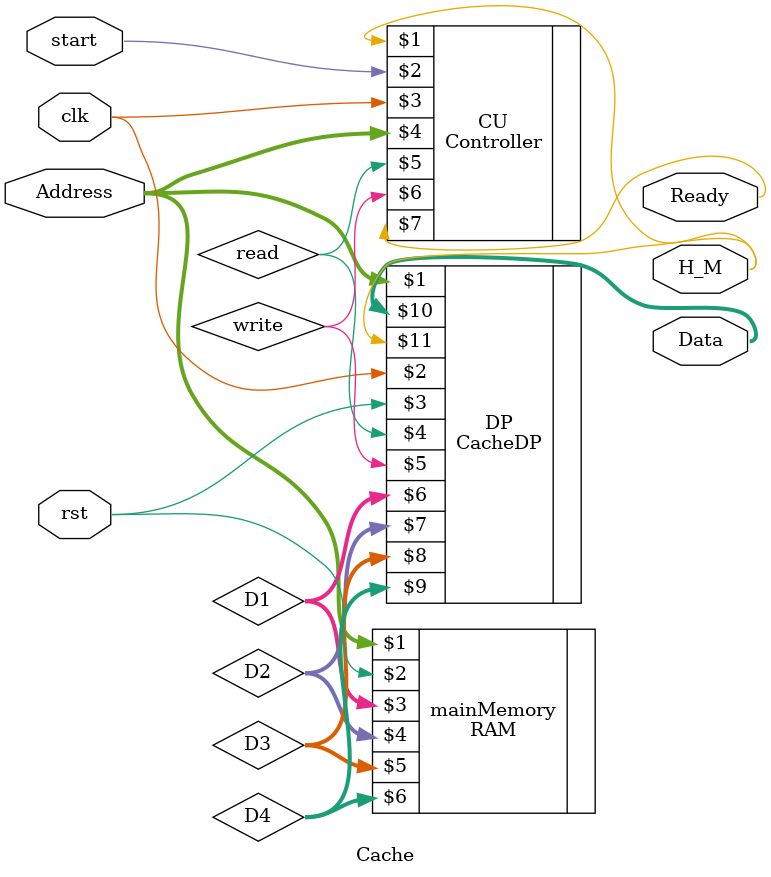
<source format=v>
`timescale 1ns/1ns
module Cache(input clk, rst, start, input [14:0]Address, output Ready, H_M, output [31:0]Data);

    wire [31:0] D1, D2, D3, D4;
    wire read, write;

    CacheDP DP(Address, clk, rst, read, write, D1, D2, D3, D4, Data, H_M);
    RAM mainMemory(Address, rst, D1, D2, D3, D4);
    Controller CU(H_M, start, clk, Address, read, write, Ready);
endmodule
</source>
